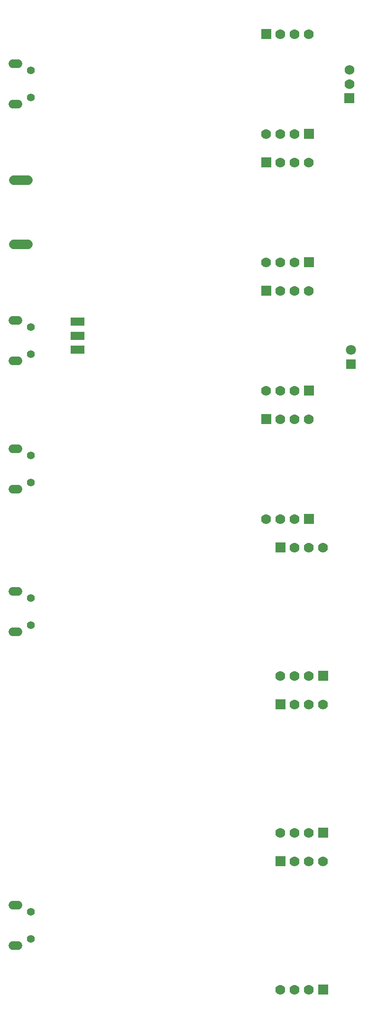
<source format=gbs>
G04 Layer: BottomSolderMaskLayer*
G04 EasyEDA v6.4.17, 2021-03-02T21:30:00+01:00*
G04 52dc7113b7e944b1bde967162dfd0e84,9c416354eb984020824aaf9c885bead6,10*
G04 Gerber Generator version 0.2*
G04 Scale: 100 percent, Rotated: No, Reflected: No *
G04 Dimensions in inches *
G04 leading zeros omitted , absolute positions ,3 integer and 6 decimal *
%FSLAX36Y36*%
%MOIN*%

%ADD62C,0.0592*%
%ADD63C,0.0671*%
%ADD74C,0.0700*%
%ADD75C,0.0680*%
%ADD90C,0.0552*%
%ADD91R,0.0710X0.0710*%
%ADD92C,0.0710*%

%LPD*%
D62*
X105407Y957500D02*
G01*
X69974Y957500D01*
X105407Y1242500D02*
G01*
X69974Y1242500D01*
X105407Y-842500D02*
G01*
X69974Y-842500D01*
X105407Y-557500D02*
G01*
X69974Y-557500D01*
X105407Y-1742500D02*
G01*
X69974Y-1742500D01*
X105407Y-1457500D02*
G01*
X69974Y-1457500D01*
X105407Y-4942500D02*
G01*
X69974Y-4942500D01*
X105407Y-4657500D02*
G01*
X69974Y-4657500D01*
X105407Y-2742500D02*
G01*
X69974Y-2742500D01*
X105407Y-2457500D02*
G01*
X69974Y-2457500D01*
D63*
X174092Y424400D02*
G01*
X75668Y424400D01*
X174092Y-24409D02*
G01*
X75668Y-24409D01*
G36*
X2400000Y965000D02*
G01*
X2400000Y1035000D01*
X2470000Y1035000D01*
X2470000Y965000D01*
G37*
D74*
G01*
X2435000Y1100000D03*
D75*
G01*
X2435000Y1200000D03*
D90*
G01*
X193989Y1195470D03*
G01*
X193989Y1004529D03*
G01*
X193989Y-604529D03*
G01*
X193989Y-795470D03*
G01*
X193989Y-1504529D03*
G01*
X193989Y-1695470D03*
G01*
X193989Y-4704530D03*
G01*
X193989Y-4895470D03*
G01*
X193989Y-2504529D03*
G01*
X193989Y-2695470D03*
D91*
G01*
X2445000Y-865000D03*
D92*
G01*
X2445000Y-765000D03*
G36*
X476999Y-692899D02*
G01*
X476999Y-637199D01*
X570900Y-637199D01*
X570900Y-692899D01*
G37*
G36*
X476999Y-790900D02*
G01*
X476999Y-735199D01*
X570900Y-735199D01*
X570900Y-790900D01*
G37*
G36*
X476999Y-594899D02*
G01*
X476999Y-539200D01*
X570900Y-539200D01*
X570900Y-594899D01*
G37*
G36*
X2215000Y-3085000D02*
G01*
X2215000Y-3015000D01*
X2285000Y-3015000D01*
X2285000Y-3085000D01*
G37*
D74*
G01*
X2150000Y-3050000D03*
G01*
X2050000Y-3050000D03*
G01*
X1950000Y-3050000D03*
G36*
X1915000Y-2185000D02*
G01*
X1915000Y-2115000D01*
X1985000Y-2115000D01*
X1985000Y-2185000D01*
G37*
G01*
X2050000Y-2150000D03*
G01*
X2150000Y-2150000D03*
G01*
X2250000Y-2150000D03*
G36*
X2215000Y-4185000D02*
G01*
X2215000Y-4115000D01*
X2285000Y-4115000D01*
X2285000Y-4185000D01*
G37*
G01*
X2150000Y-4150000D03*
G01*
X2050000Y-4150000D03*
G01*
X1950000Y-4150000D03*
G36*
X1915000Y-3285000D02*
G01*
X1915000Y-3215000D01*
X1985000Y-3215000D01*
X1985000Y-3285000D01*
G37*
G01*
X2050000Y-3250000D03*
G01*
X2150000Y-3250000D03*
G01*
X2250000Y-3250000D03*
G36*
X1815000Y-1285000D02*
G01*
X1815000Y-1215000D01*
X1885000Y-1215000D01*
X1885000Y-1285000D01*
G37*
G01*
X1950000Y-1250000D03*
G01*
X2050000Y-1250000D03*
G01*
X2150000Y-1250000D03*
G36*
X2115000Y-1985000D02*
G01*
X2115000Y-1915000D01*
X2185000Y-1915000D01*
X2185000Y-1985000D01*
G37*
G01*
X2050000Y-1950000D03*
G01*
X1950000Y-1950000D03*
G01*
X1850000Y-1950000D03*
G36*
X1915000Y-4385000D02*
G01*
X1915000Y-4315000D01*
X1985000Y-4315000D01*
X1985000Y-4385000D01*
G37*
G01*
X2050000Y-4350000D03*
G01*
X2150000Y-4350000D03*
G01*
X2250000Y-4350000D03*
G36*
X2215000Y-5285000D02*
G01*
X2215000Y-5215000D01*
X2285000Y-5215000D01*
X2285000Y-5285000D01*
G37*
G01*
X2150000Y-5250000D03*
G01*
X2050000Y-5250000D03*
G01*
X1950000Y-5250000D03*
G36*
X1815000Y515000D02*
G01*
X1815000Y585000D01*
X1885000Y585000D01*
X1885000Y515000D01*
G37*
G01*
X1950000Y550000D03*
G01*
X2050000Y550000D03*
G01*
X2150000Y550000D03*
G36*
X2115000Y-185000D02*
G01*
X2115000Y-115000D01*
X2185000Y-115000D01*
X2185000Y-185000D01*
G37*
G01*
X2050000Y-150000D03*
G01*
X1950000Y-150000D03*
G01*
X1850000Y-150000D03*
G36*
X2115000Y715000D02*
G01*
X2115000Y785000D01*
X2185000Y785000D01*
X2185000Y715000D01*
G37*
G01*
X2050000Y750000D03*
G01*
X1950000Y750000D03*
G01*
X1850000Y750000D03*
G36*
X1815000Y1415000D02*
G01*
X1815000Y1485000D01*
X1885000Y1485000D01*
X1885000Y1415000D01*
G37*
G01*
X1950000Y1450000D03*
G01*
X2050000Y1450000D03*
G01*
X2150000Y1450000D03*
G36*
X2115000Y-1085000D02*
G01*
X2115000Y-1015000D01*
X2185000Y-1015000D01*
X2185000Y-1085000D01*
G37*
G01*
X2050000Y-1050000D03*
G01*
X1950000Y-1050000D03*
G01*
X1850000Y-1050000D03*
G36*
X1815000Y-385000D02*
G01*
X1815000Y-315000D01*
X1885000Y-315000D01*
X1885000Y-385000D01*
G37*
G01*
X1950000Y-350000D03*
G01*
X2050000Y-350000D03*
G01*
X2150000Y-350000D03*
M02*

</source>
